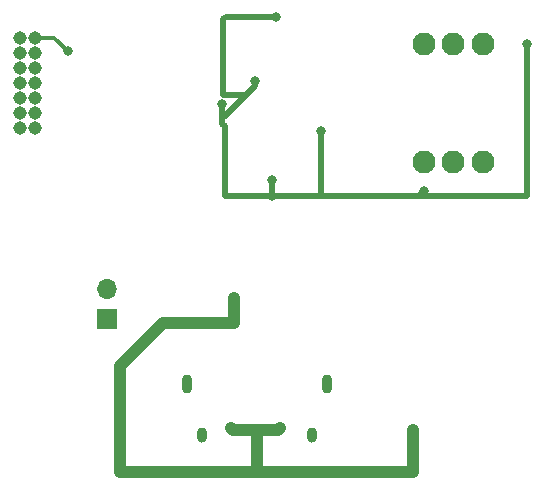
<source format=gbr>
%TF.GenerationSoftware,KiCad,Pcbnew,7.0.6*%
%TF.CreationDate,2023-08-07T11:18:25-05:00*%
%TF.ProjectId,mainv2,6d61696e-7632-42e6-9b69-6361645f7063,rev?*%
%TF.SameCoordinates,Original*%
%TF.FileFunction,Copper,L4,Bot*%
%TF.FilePolarity,Positive*%
%FSLAX46Y46*%
G04 Gerber Fmt 4.6, Leading zero omitted, Abs format (unit mm)*
G04 Created by KiCad (PCBNEW 7.0.6) date 2023-08-07 11:18:25*
%MOMM*%
%LPD*%
G01*
G04 APERTURE LIST*
%TA.AperFunction,ComponentPad*%
%ADD10C,1.950000*%
%TD*%
%TA.AperFunction,ComponentPad*%
%ADD11R,1.700000X1.700000*%
%TD*%
%TA.AperFunction,ComponentPad*%
%ADD12O,1.700000X1.700000*%
%TD*%
%TA.AperFunction,ComponentPad*%
%ADD13C,1.143000*%
%TD*%
%TA.AperFunction,ComponentPad*%
%ADD14O,0.900000X1.600000*%
%TD*%
%TA.AperFunction,ComponentPad*%
%ADD15O,0.900000X1.300000*%
%TD*%
%TA.AperFunction,ViaPad*%
%ADD16C,0.800000*%
%TD*%
%TA.AperFunction,Conductor*%
%ADD17C,0.500000*%
%TD*%
%TA.AperFunction,Conductor*%
%ADD18C,0.300000*%
%TD*%
%TA.AperFunction,Conductor*%
%ADD19C,1.000000*%
%TD*%
G04 APERTURE END LIST*
D10*
%TO.P,S1,1,N.O._1*%
%TO.N,+3.3V*%
X173530000Y-86480000D03*
%TO.P,S1,2,C_1*%
%TO.N,Net-(S1-C_1)*%
X171030000Y-86480000D03*
%TO.P,S1,3,N.C._1*%
%TO.N,GND*%
X168530000Y-86480000D03*
%TO.P,S1,4,N.C._2*%
%TO.N,+3.3V*%
X168530000Y-96480000D03*
%TO.P,S1,5,C_2*%
%TO.N,Net-(S1-C_2)*%
X171030000Y-96480000D03*
%TO.P,S1,6,N.O._2*%
%TO.N,unconnected-(S1-N.O._2-Pad6)*%
X173530000Y-96480000D03*
%TD*%
D11*
%TO.P,J2,1,Pin_1*%
%TO.N,GND*%
X141720000Y-109800000D03*
D12*
%TO.P,J2,2,Pin_2*%
%TO.N,Net-(J2-Pin_2)*%
X141720000Y-107260000D03*
%TD*%
D13*
%TO.P,J4,1,1*%
%TO.N,/VDD_SPI*%
X135580000Y-93570000D03*
%TO.P,J4,2,2*%
%TO.N,GND*%
X134310000Y-93570000D03*
%TO.P,J4,3,3*%
%TO.N,/FSPIQ*%
X135580000Y-92300000D03*
%TO.P,J4,4,4*%
%TO.N,/FSPID*%
X134310000Y-92300000D03*
%TO.P,J4,5,5*%
%TO.N,/FSPICLK*%
X135580000Y-91030000D03*
%TO.P,J4,6,6*%
%TO.N,/FSPICS0*%
X134310000Y-91030000D03*
%TO.P,J4,7,7*%
%TO.N,/D{slash}C*%
X135580000Y-89760000D03*
%TO.P,J4,8,8*%
%TO.N,/LCD_RST*%
X134310000Y-89760000D03*
%TO.P,J4,9,9*%
%TO.N,/LCD_BL*%
X135580000Y-88490000D03*
%TO.P,J4,10,10*%
%TO.N,/I2CEXT0_SCL_in*%
X134310000Y-88490000D03*
%TO.P,J4,11,11*%
%TO.N,/I2CEXT0_SDA_in*%
X135580000Y-87220000D03*
%TO.P,J4,12,12*%
%TO.N,/TP_INT*%
X134310000Y-87220000D03*
%TO.P,J4,13,13*%
%TO.N,/TP_RST*%
X135580000Y-85950000D03*
%TO.P,J4,14,14*%
%TO.N,unconnected-(J4-Pad14)*%
X134310000Y-85950000D03*
%TD*%
D14*
%TO.P,J1,S1,SHELL_GND*%
%TO.N,GND*%
X160300000Y-115240000D03*
%TO.P,J1,S2,SHELL_GND*%
X148460000Y-115240000D03*
D15*
%TO.P,J1,S3,SHELL_GND*%
X159030000Y-119560000D03*
%TO.P,J1,S4,SHELL_GND*%
X149730000Y-119560000D03*
%TD*%
D16*
%TO.N,+3.3V*%
X156020000Y-84160000D03*
X155680000Y-98000000D03*
X154245000Y-89575000D03*
X168570000Y-98920000D03*
X151470000Y-91530000D03*
X159790000Y-93820000D03*
X177250000Y-86450000D03*
X155700000Y-99380000D03*
%TO.N,/TP_RST*%
X138380000Y-87080000D03*
%TO.N,VBUS*%
X167630000Y-119120000D03*
X156310000Y-118990000D03*
X152470000Y-107940000D03*
X152220000Y-119020000D03*
%TD*%
D17*
%TO.N,+3.3V*%
X151670000Y-93460000D02*
X151670000Y-99380000D01*
X151610000Y-92690000D02*
X151470000Y-92690000D01*
X154245000Y-89575000D02*
X154245000Y-90055000D01*
X155700000Y-99380000D02*
X159800000Y-99380000D01*
X159800000Y-99380000D02*
X159800000Y-93830000D01*
X151550000Y-90790000D02*
X153510000Y-90790000D01*
X151670000Y-99380000D02*
X155700000Y-99380000D01*
X177260000Y-99380000D02*
X177260000Y-86460000D01*
X151470000Y-92690000D02*
X151470000Y-93260000D01*
X151470000Y-91530000D02*
X151470000Y-92690000D01*
X159800000Y-99380000D02*
X168110000Y-99380000D01*
X151750000Y-84160000D02*
X151550000Y-84360000D01*
X177260000Y-86460000D02*
X177250000Y-86450000D01*
X159800000Y-93830000D02*
X159790000Y-93820000D01*
X151550000Y-84360000D02*
X151550000Y-90790000D01*
X155700000Y-98020000D02*
X155680000Y-98000000D01*
X168110000Y-99380000D02*
X177260000Y-99380000D01*
X154245000Y-90055000D02*
X153510000Y-90790000D01*
X153510000Y-90790000D02*
X151610000Y-92690000D01*
X155700000Y-99380000D02*
X155700000Y-98020000D01*
X168110000Y-99380000D02*
X168570000Y-98920000D01*
X156020000Y-84160000D02*
X151750000Y-84160000D01*
X151470000Y-93260000D02*
X151670000Y-93460000D01*
D18*
%TO.N,/TP_RST*%
X137250000Y-85950000D02*
X135580000Y-85950000D01*
X138380000Y-87080000D02*
X137250000Y-85950000D01*
D19*
%TO.N,VBUS*%
X154380000Y-119140000D02*
X156160000Y-119140000D01*
X146440000Y-110120000D02*
X152470000Y-110120000D01*
X152220000Y-119020000D02*
X152340000Y-119140000D01*
X167620000Y-122750000D02*
X167620000Y-119130000D01*
X154380000Y-122750000D02*
X167620000Y-122750000D01*
X154380000Y-122750000D02*
X142800000Y-122750000D01*
X154380000Y-119140000D02*
X154380000Y-122750000D01*
X142800000Y-113760000D02*
X146440000Y-110120000D01*
X167620000Y-119130000D02*
X167630000Y-119120000D01*
X152340000Y-119140000D02*
X154380000Y-119140000D01*
X156160000Y-119140000D02*
X156310000Y-118990000D01*
X142800000Y-122750000D02*
X142800000Y-113760000D01*
X152470000Y-110120000D02*
X152470000Y-107940000D01*
%TD*%
M02*

</source>
